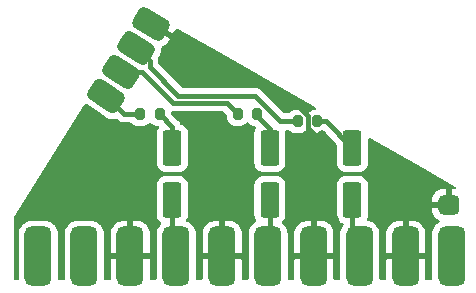
<source format=gbl>
G04 #@! TF.GenerationSoftware,KiCad,Pcbnew,(6.0.4)*
G04 #@! TF.CreationDate,2022-12-31T00:33:15-05:00*
G04 #@! TF.ProjectId,scart cable,73636172-7420-4636-9162-6c652e6b6963,rev?*
G04 #@! TF.SameCoordinates,Original*
G04 #@! TF.FileFunction,Copper,L2,Bot*
G04 #@! TF.FilePolarity,Positive*
%FSLAX46Y46*%
G04 Gerber Fmt 4.6, Leading zero omitted, Abs format (unit mm)*
G04 Created by KiCad (PCBNEW (6.0.4)) date 2022-12-31 00:33:15*
%MOMM*%
%LPD*%
G01*
G04 APERTURE LIST*
G04 Aperture macros list*
%AMRoundRect*
0 Rectangle with rounded corners*
0 $1 Rounding radius*
0 $2 $3 $4 $5 $6 $7 $8 $9 X,Y pos of 4 corners*
0 Add a 4 corners polygon primitive as box body*
4,1,4,$2,$3,$4,$5,$6,$7,$8,$9,$2,$3,0*
0 Add four circle primitives for the rounded corners*
1,1,$1+$1,$2,$3*
1,1,$1+$1,$4,$5*
1,1,$1+$1,$6,$7*
1,1,$1+$1,$8,$9*
0 Add four rect primitives between the rounded corners*
20,1,$1+$1,$2,$3,$4,$5,0*
20,1,$1+$1,$4,$5,$6,$7,0*
20,1,$1+$1,$6,$7,$8,$9,0*
20,1,$1+$1,$8,$9,$2,$3,0*%
G04 Aperture macros list end*
G04 #@! TA.AperFunction,SMDPad,CuDef*
%ADD10RoundRect,0.571500X-0.571500X-1.928500X0.571500X-1.928500X0.571500X1.928500X-0.571500X1.928500X0*%
G04 #@! TD*
G04 #@! TA.AperFunction,SMDPad,CuDef*
%ADD11RoundRect,0.407750X-0.481250X-0.407750X0.481250X-0.407750X0.481250X0.407750X-0.481250X0.407750X0*%
G04 #@! TD*
G04 #@! TA.AperFunction,SMDPad,CuDef*
%ADD12RoundRect,0.250000X-0.550000X1.250000X-0.550000X-1.250000X0.550000X-1.250000X0.550000X1.250000X0*%
G04 #@! TD*
G04 #@! TA.AperFunction,SMDPad,CuDef*
%ADD13RoundRect,0.500000X-0.549441X0.973712X-1.108634X0.144674X0.549441X-0.973712X1.108634X-0.144674X0*%
G04 #@! TD*
G04 #@! TA.AperFunction,SMDPad,CuDef*
%ADD14RoundRect,0.200000X-0.200000X-0.275000X0.200000X-0.275000X0.200000X0.275000X-0.200000X0.275000X0*%
G04 #@! TD*
G04 #@! TA.AperFunction,SMDPad,CuDef*
%ADD15RoundRect,0.500000X-0.566351X0.963974X-1.110990X0.125304X0.566351X-0.963974X1.110990X-0.125304X0*%
G04 #@! TD*
G04 #@! TA.AperFunction,SMDPad,CuDef*
%ADD16RoundRect,0.500000X-0.583088X0.953943X-1.113008X0.105895X0.583088X-0.953943X1.113008X-0.105895X0*%
G04 #@! TD*
G04 #@! TA.AperFunction,SMDPad,CuDef*
%ADD17RoundRect,0.500000X-0.599648X0.943622X-1.114686X0.086454X0.599648X-0.943622X1.114686X-0.086454X0*%
G04 #@! TD*
G04 #@! TA.AperFunction,ViaPad*
%ADD18C,0.800000*%
G04 #@! TD*
G04 #@! TA.AperFunction,Conductor*
%ADD19C,0.400000*%
G04 #@! TD*
G04 APERTURE END LIST*
D10*
X34379000Y-40005000D03*
X38267000Y-40005000D03*
X42155000Y-40005000D03*
X46043000Y-40005000D03*
X49931000Y-40005000D03*
X53819000Y-40005000D03*
X57707000Y-40005000D03*
X61595000Y-40005000D03*
X65483000Y-40005000D03*
X69371000Y-40005000D03*
D11*
X69117000Y-35647000D03*
D12*
X60960000Y-30820000D03*
X60960000Y-35220000D03*
D13*
X40132000Y-26416000D03*
D14*
X51245000Y-27940000D03*
X52895000Y-27940000D03*
D15*
X41402000Y-24384000D03*
D16*
X42672000Y-22352000D03*
D12*
X53975000Y-30820000D03*
X53975000Y-35220000D03*
D14*
X56325000Y-28575000D03*
X57975000Y-28575000D03*
D17*
X43942000Y-20320000D03*
D14*
X42990000Y-27940000D03*
X44640000Y-27940000D03*
D12*
X45720000Y-30820000D03*
X45720000Y-35220000D03*
D18*
X51562000Y-33274000D03*
X51816000Y-36830000D03*
X34290000Y-35306000D03*
X49530000Y-23368000D03*
X48514000Y-36068000D03*
X40640000Y-34290000D03*
X40132000Y-36576000D03*
X66294000Y-36576000D03*
X35306000Y-34036000D03*
X59436000Y-36830000D03*
X63500000Y-36576000D03*
X58420000Y-29718000D03*
X54356000Y-26416000D03*
X36322000Y-32766000D03*
X58674000Y-34036000D03*
X39370000Y-35560000D03*
X48006000Y-32512000D03*
X55880000Y-36830000D03*
D19*
X58715000Y-28575000D02*
X60960000Y-30820000D01*
X57975000Y-28575000D02*
X58715000Y-28575000D01*
X60960000Y-35220000D02*
X60960000Y-39370000D01*
X60960000Y-39370000D02*
X61595000Y-40005000D01*
X52895000Y-28130000D02*
X53975000Y-29210000D01*
X52895000Y-27940000D02*
X52895000Y-28130000D01*
X53975000Y-29210000D02*
X53975000Y-30820000D01*
X53975000Y-39849000D02*
X53819000Y-40005000D01*
X53975000Y-35220000D02*
X53975000Y-39849000D01*
X45720000Y-29020000D02*
X44640000Y-27940000D01*
X45720000Y-30820000D02*
X45720000Y-29020000D01*
X45720000Y-35220000D02*
X45720000Y-39682000D01*
X45720000Y-39682000D02*
X46043000Y-40005000D01*
X57175480Y-28102631D02*
X57175480Y-29098329D01*
X57795151Y-29718000D02*
X58420000Y-29718000D01*
X57175480Y-29098329D02*
X57795151Y-29718000D01*
X55488849Y-26416000D02*
X57175480Y-28102631D01*
X54356000Y-26416000D02*
X55488849Y-26416000D01*
X41656000Y-27940000D02*
X40132000Y-26416000D01*
X42990000Y-27940000D02*
X41656000Y-27940000D01*
X50320520Y-27015520D02*
X45811520Y-27015520D01*
X45811520Y-27015520D02*
X43180000Y-24384000D01*
X51245000Y-27940000D02*
X50320520Y-27015520D01*
X43180000Y-24384000D02*
X41402000Y-24384000D01*
X52693849Y-26416000D02*
X46228000Y-26416000D01*
X43815000Y-24003000D02*
X43815000Y-23495000D01*
X43815000Y-23495000D02*
X42672000Y-22352000D01*
X54852849Y-28575000D02*
X52693849Y-26416000D01*
X46228000Y-26416000D02*
X43815000Y-24003000D01*
X56325000Y-28575000D02*
X54852849Y-28575000D01*
G04 #@! TA.AperFunction,Conductor*
G36*
X38457257Y-27105952D02*
G01*
X39493595Y-27804970D01*
X40197355Y-28279662D01*
X40202567Y-28282807D01*
X40206884Y-28284604D01*
X40206890Y-28284607D01*
X40317707Y-28330735D01*
X40385158Y-28358812D01*
X40579032Y-28397903D01*
X40585192Y-28397925D01*
X40585197Y-28397925D01*
X40678273Y-28398250D01*
X40776808Y-28398594D01*
X40782856Y-28397418D01*
X40782860Y-28397418D01*
X40900670Y-28374518D01*
X40970952Y-28360857D01*
X40976652Y-28358531D01*
X40978557Y-28357963D01*
X41049553Y-28357671D01*
X41103646Y-28389617D01*
X41134557Y-28420528D01*
X41140411Y-28426793D01*
X41178439Y-28470385D01*
X41230729Y-28507136D01*
X41235971Y-28511028D01*
X41286282Y-28550476D01*
X41293201Y-28553600D01*
X41295493Y-28554988D01*
X41310165Y-28563357D01*
X41312525Y-28564622D01*
X41318739Y-28568990D01*
X41325818Y-28571750D01*
X41325820Y-28571751D01*
X41378275Y-28592202D01*
X41384344Y-28594753D01*
X41442573Y-28621045D01*
X41450046Y-28622430D01*
X41452612Y-28623234D01*
X41468835Y-28627855D01*
X41471427Y-28628520D01*
X41478509Y-28631282D01*
X41486044Y-28632274D01*
X41541861Y-28639622D01*
X41548377Y-28640654D01*
X41583097Y-28647089D01*
X41611186Y-28652295D01*
X41618766Y-28651858D01*
X41618767Y-28651858D01*
X41673380Y-28648709D01*
X41680633Y-28648500D01*
X42169290Y-28648500D01*
X42237411Y-28668502D01*
X42258385Y-28685405D01*
X42349619Y-28776639D01*
X42496301Y-28865472D01*
X42503548Y-28867743D01*
X42503550Y-28867744D01*
X42548164Y-28881725D01*
X42659938Y-28916753D01*
X42733365Y-28923500D01*
X42736263Y-28923500D01*
X42990665Y-28923499D01*
X43246634Y-28923499D01*
X43249492Y-28923236D01*
X43249501Y-28923236D01*
X43285004Y-28919974D01*
X43320062Y-28916753D01*
X43362225Y-28903540D01*
X43476450Y-28867744D01*
X43476452Y-28867743D01*
X43483699Y-28865472D01*
X43630381Y-28776639D01*
X43725905Y-28681115D01*
X43788217Y-28647089D01*
X43859032Y-28652154D01*
X43904095Y-28681115D01*
X43999619Y-28776639D01*
X44146301Y-28865472D01*
X44153548Y-28867743D01*
X44153550Y-28867744D01*
X44198164Y-28881725D01*
X44309938Y-28916753D01*
X44383365Y-28923500D01*
X44451773Y-28923500D01*
X44519894Y-28943502D01*
X44566387Y-28997158D01*
X44576491Y-29067432D01*
X44559033Y-29115616D01*
X44477885Y-29247262D01*
X44422203Y-29415139D01*
X44411500Y-29519600D01*
X44411500Y-32120400D01*
X44422474Y-32226166D01*
X44478450Y-32393946D01*
X44571522Y-32544348D01*
X44696697Y-32669305D01*
X44702927Y-32673145D01*
X44702928Y-32673146D01*
X44840090Y-32757694D01*
X44847262Y-32762115D01*
X44927005Y-32788564D01*
X45008611Y-32815632D01*
X45008613Y-32815632D01*
X45015139Y-32817797D01*
X45021975Y-32818497D01*
X45021978Y-32818498D01*
X45065031Y-32822909D01*
X45119600Y-32828500D01*
X46320400Y-32828500D01*
X46323646Y-32828163D01*
X46323650Y-32828163D01*
X46419308Y-32818238D01*
X46419312Y-32818237D01*
X46426166Y-32817526D01*
X46432702Y-32815345D01*
X46432704Y-32815345D01*
X46564806Y-32771272D01*
X46593946Y-32761550D01*
X46744348Y-32668478D01*
X46869305Y-32543303D01*
X46962115Y-32392738D01*
X47017797Y-32224861D01*
X47028500Y-32120400D01*
X47028500Y-29519600D01*
X47028163Y-29516348D01*
X47018238Y-29420692D01*
X47018237Y-29420688D01*
X47017526Y-29413834D01*
X46961550Y-29246054D01*
X46868478Y-29095652D01*
X46743303Y-28970695D01*
X46726295Y-28960211D01*
X46598968Y-28881725D01*
X46598966Y-28881724D01*
X46592738Y-28877885D01*
X46457101Y-28832897D01*
X46398742Y-28792467D01*
X46381398Y-28763953D01*
X46377549Y-28755184D01*
X46375067Y-28749102D01*
X46355172Y-28696449D01*
X46355171Y-28696447D01*
X46352487Y-28689344D01*
X46348186Y-28683085D01*
X46346949Y-28680720D01*
X46338727Y-28665948D01*
X46337372Y-28663656D01*
X46334316Y-28656695D01*
X46329691Y-28650668D01*
X46329689Y-28650664D01*
X46295407Y-28605987D01*
X46291529Y-28600650D01*
X46287481Y-28594759D01*
X46255357Y-28548019D01*
X46208837Y-28506572D01*
X46203560Y-28501590D01*
X45640067Y-27938097D01*
X45606041Y-27875785D01*
X45611106Y-27804970D01*
X45653653Y-27748134D01*
X45720173Y-27723323D01*
X45752120Y-27725112D01*
X45766706Y-27727815D01*
X45774286Y-27727378D01*
X45774287Y-27727378D01*
X45828900Y-27724229D01*
X45836153Y-27724020D01*
X49974860Y-27724020D01*
X50042981Y-27744022D01*
X50063955Y-27760925D01*
X50299596Y-27996566D01*
X50333622Y-28058878D01*
X50336501Y-28085661D01*
X50336501Y-28271634D01*
X50336764Y-28274492D01*
X50336764Y-28274501D01*
X50337307Y-28280407D01*
X50343247Y-28345062D01*
X50394528Y-28508699D01*
X50483361Y-28655381D01*
X50604619Y-28776639D01*
X50751301Y-28865472D01*
X50758548Y-28867743D01*
X50758550Y-28867744D01*
X50803164Y-28881725D01*
X50914938Y-28916753D01*
X50988365Y-28923500D01*
X50991263Y-28923500D01*
X51245665Y-28923499D01*
X51501634Y-28923499D01*
X51504492Y-28923236D01*
X51504501Y-28923236D01*
X51540004Y-28919974D01*
X51575062Y-28916753D01*
X51617225Y-28903540D01*
X51731450Y-28867744D01*
X51731452Y-28867743D01*
X51738699Y-28865472D01*
X51885381Y-28776639D01*
X51980905Y-28681115D01*
X52043217Y-28647089D01*
X52114032Y-28652154D01*
X52159095Y-28681115D01*
X52254619Y-28776639D01*
X52401301Y-28865472D01*
X52408548Y-28867743D01*
X52408550Y-28867744D01*
X52453164Y-28881725D01*
X52564938Y-28916753D01*
X52601461Y-28920109D01*
X52635478Y-28923235D01*
X52635484Y-28923235D01*
X52638365Y-28923500D01*
X52640094Y-28923500D01*
X52707048Y-28946538D01*
X52723241Y-28960211D01*
X52768246Y-29005216D01*
X52802272Y-29067528D01*
X52797207Y-29138343D01*
X52786411Y-29160427D01*
X52732885Y-29247262D01*
X52677203Y-29415139D01*
X52666500Y-29519600D01*
X52666500Y-32120400D01*
X52677474Y-32226166D01*
X52733450Y-32393946D01*
X52826522Y-32544348D01*
X52951697Y-32669305D01*
X52957927Y-32673145D01*
X52957928Y-32673146D01*
X53095090Y-32757694D01*
X53102262Y-32762115D01*
X53182005Y-32788564D01*
X53263611Y-32815632D01*
X53263613Y-32815632D01*
X53270139Y-32817797D01*
X53276975Y-32818497D01*
X53276978Y-32818498D01*
X53320031Y-32822909D01*
X53374600Y-32828500D01*
X54575400Y-32828500D01*
X54578646Y-32828163D01*
X54578650Y-32828163D01*
X54674308Y-32818238D01*
X54674312Y-32818237D01*
X54681166Y-32817526D01*
X54687702Y-32815345D01*
X54687704Y-32815345D01*
X54819806Y-32771272D01*
X54848946Y-32761550D01*
X54999348Y-32668478D01*
X55124305Y-32543303D01*
X55217115Y-32392738D01*
X55272797Y-32224861D01*
X55283500Y-32120400D01*
X55283500Y-29519600D01*
X55283163Y-29516348D01*
X55273426Y-29422503D01*
X55286291Y-29352682D01*
X55334862Y-29300900D01*
X55398753Y-29283500D01*
X55504290Y-29283500D01*
X55572411Y-29303502D01*
X55593385Y-29320405D01*
X55684619Y-29411639D01*
X55831301Y-29500472D01*
X55838548Y-29502743D01*
X55838550Y-29502744D01*
X55881961Y-29516348D01*
X55994938Y-29551753D01*
X56068365Y-29558500D01*
X56071263Y-29558500D01*
X56325665Y-29558499D01*
X56581634Y-29558499D01*
X56584492Y-29558236D01*
X56584501Y-29558236D01*
X56620004Y-29554974D01*
X56655062Y-29551753D01*
X56661447Y-29549752D01*
X56811450Y-29502744D01*
X56811452Y-29502743D01*
X56818699Y-29500472D01*
X56965381Y-29411639D01*
X57060905Y-29316115D01*
X57123217Y-29282089D01*
X57194032Y-29287154D01*
X57239095Y-29316115D01*
X57334619Y-29411639D01*
X57481301Y-29500472D01*
X57488548Y-29502743D01*
X57488550Y-29502744D01*
X57531961Y-29516348D01*
X57644938Y-29551753D01*
X57718365Y-29558500D01*
X57721263Y-29558500D01*
X57975665Y-29558499D01*
X58231634Y-29558499D01*
X58234492Y-29558236D01*
X58234501Y-29558236D01*
X58270004Y-29554974D01*
X58305062Y-29551753D01*
X58311447Y-29549752D01*
X58461450Y-29502744D01*
X58461452Y-29502743D01*
X58468699Y-29500472D01*
X58489950Y-29487602D01*
X58558577Y-29469424D01*
X58626140Y-29491234D01*
X58644309Y-29506279D01*
X59614597Y-30476568D01*
X59648621Y-30538878D01*
X59651500Y-30565661D01*
X59651500Y-32120400D01*
X59662474Y-32226166D01*
X59718450Y-32393946D01*
X59811522Y-32544348D01*
X59936697Y-32669305D01*
X59942927Y-32673145D01*
X59942928Y-32673146D01*
X60080090Y-32757694D01*
X60087262Y-32762115D01*
X60167005Y-32788564D01*
X60248611Y-32815632D01*
X60248613Y-32815632D01*
X60255139Y-32817797D01*
X60261975Y-32818497D01*
X60261978Y-32818498D01*
X60305031Y-32822909D01*
X60359600Y-32828500D01*
X61560400Y-32828500D01*
X61563646Y-32828163D01*
X61563650Y-32828163D01*
X61659308Y-32818238D01*
X61659312Y-32818237D01*
X61666166Y-32817526D01*
X61672702Y-32815345D01*
X61672704Y-32815345D01*
X61804806Y-32771272D01*
X61833946Y-32761550D01*
X61984348Y-32668478D01*
X62109305Y-32543303D01*
X62202115Y-32392738D01*
X62257797Y-32224861D01*
X62268500Y-32120400D01*
X62268500Y-30098352D01*
X62288502Y-30030231D01*
X62342158Y-29983738D01*
X62412432Y-29973634D01*
X62456899Y-29988888D01*
X66948935Y-32549521D01*
X69383958Y-33937577D01*
X69647903Y-34088036D01*
X69697178Y-34139148D01*
X69710997Y-34208787D01*
X69684974Y-34274842D01*
X69627369Y-34316342D01*
X69585504Y-34323500D01*
X69389115Y-34323500D01*
X69373876Y-34327975D01*
X69372671Y-34329365D01*
X69371000Y-34337048D01*
X69371000Y-35775000D01*
X69350998Y-35843121D01*
X69297342Y-35889614D01*
X69245000Y-35901000D01*
X67738116Y-35901000D01*
X67722877Y-35905475D01*
X67721672Y-35906865D01*
X67720001Y-35914548D01*
X67720001Y-36116365D01*
X67720194Y-36121295D01*
X67725840Y-36193039D01*
X67727787Y-36204370D01*
X67774407Y-36378359D01*
X67779111Y-36390613D01*
X67860510Y-36550367D01*
X67867662Y-36561381D01*
X67980499Y-36700724D01*
X67989776Y-36710001D01*
X68129119Y-36822838D01*
X68140132Y-36829990D01*
X68278909Y-36900700D01*
X68330524Y-36949448D01*
X68347590Y-37018363D01*
X68324689Y-37085565D01*
X68282675Y-37123079D01*
X68278499Y-37124873D01*
X68107950Y-37240560D01*
X68103714Y-37244803D01*
X68103712Y-37244805D01*
X68069555Y-37279022D01*
X67962354Y-37386410D01*
X67958997Y-37391377D01*
X67958995Y-37391380D01*
X67958783Y-37391694D01*
X67846965Y-37557161D01*
X67765945Y-37746651D01*
X67722219Y-37948042D01*
X67721930Y-37952907D01*
X67719616Y-37991862D01*
X67719500Y-37993807D01*
X67719500Y-37995663D01*
X67719501Y-41870500D01*
X67699499Y-41938621D01*
X67645843Y-41985114D01*
X67593501Y-41996500D01*
X67260000Y-41996500D01*
X67191879Y-41976498D01*
X67145386Y-41922842D01*
X67134000Y-41870500D01*
X67134000Y-40277115D01*
X67129525Y-40261876D01*
X67128135Y-40260671D01*
X67120452Y-40259000D01*
X63850116Y-40259000D01*
X63834877Y-40263475D01*
X63833672Y-40264865D01*
X63832001Y-40272548D01*
X63832001Y-41870500D01*
X63811999Y-41938621D01*
X63758343Y-41985114D01*
X63706001Y-41996500D01*
X63372500Y-41996500D01*
X63304379Y-41976498D01*
X63257886Y-41922842D01*
X63246500Y-41870500D01*
X63246499Y-39732885D01*
X63832000Y-39732885D01*
X63836475Y-39748124D01*
X63837865Y-39749329D01*
X63845548Y-39751000D01*
X65210885Y-39751000D01*
X65226124Y-39746525D01*
X65227329Y-39745135D01*
X65229000Y-39737452D01*
X65229000Y-39732885D01*
X65737000Y-39732885D01*
X65741475Y-39748124D01*
X65742865Y-39749329D01*
X65750548Y-39751000D01*
X67115884Y-39751000D01*
X67131123Y-39746525D01*
X67132328Y-39745135D01*
X67133999Y-39737452D01*
X67133999Y-37995802D01*
X67133879Y-37991907D01*
X67131355Y-37951063D01*
X67130019Y-37941484D01*
X67088281Y-37750856D01*
X67084634Y-37739497D01*
X67008052Y-37561248D01*
X67002321Y-37550780D01*
X66893416Y-37390230D01*
X66885810Y-37381037D01*
X66748510Y-37243976D01*
X66739306Y-37236389D01*
X66578571Y-37127766D01*
X66568076Y-37122045D01*
X66389714Y-37045783D01*
X66378333Y-37042151D01*
X66187660Y-37000752D01*
X66178033Y-36999429D01*
X66139005Y-36997110D01*
X66135290Y-36997000D01*
X65755115Y-36997000D01*
X65739876Y-37001475D01*
X65738671Y-37002865D01*
X65737000Y-37010548D01*
X65737000Y-39732885D01*
X65229000Y-39732885D01*
X65229000Y-37015116D01*
X65224525Y-36999877D01*
X65223135Y-36998672D01*
X65215452Y-36997001D01*
X64830802Y-36997001D01*
X64826907Y-36997121D01*
X64786063Y-36999645D01*
X64776484Y-37000981D01*
X64585856Y-37042719D01*
X64574497Y-37046366D01*
X64396248Y-37122948D01*
X64385780Y-37128679D01*
X64225230Y-37237584D01*
X64216037Y-37245190D01*
X64078976Y-37382490D01*
X64071389Y-37391694D01*
X63962766Y-37552429D01*
X63957045Y-37562924D01*
X63880783Y-37741286D01*
X63877151Y-37752667D01*
X63835752Y-37943340D01*
X63834429Y-37952967D01*
X63832110Y-37991995D01*
X63832000Y-37995710D01*
X63832000Y-39732885D01*
X63246499Y-39732885D01*
X63246499Y-37995755D01*
X63246499Y-37993808D01*
X63243555Y-37946162D01*
X63199478Y-37744847D01*
X63118127Y-37555499D01*
X63002440Y-37384950D01*
X62971711Y-37354274D01*
X62929208Y-37311846D01*
X62856590Y-37239354D01*
X62851623Y-37235997D01*
X62851620Y-37235995D01*
X62745702Y-37164419D01*
X62685839Y-37123965D01*
X62496349Y-37042945D01*
X62406657Y-37023471D01*
X62299721Y-37000253D01*
X62299719Y-37000253D01*
X62294958Y-36999219D01*
X62290093Y-36998930D01*
X62285276Y-36998268D01*
X62285530Y-36996419D01*
X62226186Y-36975108D01*
X62182948Y-36918797D01*
X62177017Y-36848048D01*
X62193195Y-36807210D01*
X62198274Y-36798971D01*
X62198277Y-36798964D01*
X62202115Y-36792738D01*
X62257797Y-36624861D01*
X62268500Y-36520400D01*
X62268500Y-35374885D01*
X67720000Y-35374885D01*
X67724475Y-35390124D01*
X67725865Y-35391329D01*
X67733548Y-35393000D01*
X68844885Y-35393000D01*
X68860124Y-35388525D01*
X68861329Y-35387135D01*
X68863000Y-35379452D01*
X68863000Y-34341616D01*
X68858525Y-34326377D01*
X68857135Y-34325172D01*
X68849452Y-34323501D01*
X68574135Y-34323501D01*
X68569205Y-34323694D01*
X68497461Y-34329340D01*
X68486130Y-34331287D01*
X68312141Y-34377907D01*
X68299887Y-34382611D01*
X68140133Y-34464010D01*
X68129119Y-34471162D01*
X67989776Y-34583999D01*
X67980499Y-34593276D01*
X67867662Y-34732619D01*
X67860510Y-34743633D01*
X67779111Y-34903387D01*
X67774407Y-34915641D01*
X67727787Y-35089629D01*
X67725840Y-35100962D01*
X67720193Y-35172707D01*
X67720000Y-35177633D01*
X67720000Y-35374885D01*
X62268500Y-35374885D01*
X62268500Y-33919600D01*
X62268163Y-33916350D01*
X62258238Y-33820692D01*
X62258237Y-33820688D01*
X62257526Y-33813834D01*
X62201550Y-33646054D01*
X62108478Y-33495652D01*
X61983303Y-33370695D01*
X61977072Y-33366854D01*
X61838968Y-33281725D01*
X61838966Y-33281724D01*
X61832738Y-33277885D01*
X61672254Y-33224655D01*
X61671389Y-33224368D01*
X61671387Y-33224368D01*
X61664861Y-33222203D01*
X61658025Y-33221503D01*
X61658022Y-33221502D01*
X61614969Y-33217091D01*
X61560400Y-33211500D01*
X60359600Y-33211500D01*
X60356354Y-33211837D01*
X60356350Y-33211837D01*
X60260692Y-33221762D01*
X60260688Y-33221763D01*
X60253834Y-33222474D01*
X60247298Y-33224655D01*
X60247296Y-33224655D01*
X60115194Y-33268728D01*
X60086054Y-33278450D01*
X59935652Y-33371522D01*
X59810695Y-33496697D01*
X59717885Y-33647262D01*
X59662203Y-33815139D01*
X59651500Y-33919600D01*
X59651500Y-36520400D01*
X59651837Y-36523646D01*
X59651837Y-36523650D01*
X59660504Y-36607175D01*
X59662474Y-36626166D01*
X59664655Y-36632702D01*
X59664655Y-36632704D01*
X59688690Y-36704744D01*
X59718450Y-36793946D01*
X59811522Y-36944348D01*
X59936697Y-37069305D01*
X59942927Y-37073145D01*
X59942928Y-37073146D01*
X60032307Y-37128240D01*
X60087262Y-37162115D01*
X60106371Y-37168453D01*
X60136354Y-37178398D01*
X60194714Y-37218828D01*
X60221951Y-37284393D01*
X60209418Y-37354274D01*
X60193914Y-37378134D01*
X60190591Y-37382166D01*
X60186354Y-37386410D01*
X60070965Y-37557161D01*
X59989945Y-37746651D01*
X59946219Y-37948042D01*
X59945930Y-37952907D01*
X59943616Y-37991862D01*
X59943500Y-37993807D01*
X59943500Y-37995663D01*
X59943501Y-41870500D01*
X59923499Y-41938621D01*
X59869843Y-41985114D01*
X59817501Y-41996500D01*
X59484000Y-41996500D01*
X59415879Y-41976498D01*
X59369386Y-41922842D01*
X59358000Y-41870500D01*
X59358000Y-40277115D01*
X59353525Y-40261876D01*
X59352135Y-40260671D01*
X59344452Y-40259000D01*
X56074116Y-40259000D01*
X56058877Y-40263475D01*
X56057672Y-40264865D01*
X56056001Y-40272548D01*
X56056001Y-41870500D01*
X56035999Y-41938621D01*
X55982343Y-41985114D01*
X55930001Y-41996500D01*
X55596500Y-41996500D01*
X55528379Y-41976498D01*
X55481886Y-41922842D01*
X55470500Y-41870500D01*
X55470499Y-39732885D01*
X56056000Y-39732885D01*
X56060475Y-39748124D01*
X56061865Y-39749329D01*
X56069548Y-39751000D01*
X57434885Y-39751000D01*
X57450124Y-39746525D01*
X57451329Y-39745135D01*
X57453000Y-39737452D01*
X57453000Y-39732885D01*
X57961000Y-39732885D01*
X57965475Y-39748124D01*
X57966865Y-39749329D01*
X57974548Y-39751000D01*
X59339884Y-39751000D01*
X59355123Y-39746525D01*
X59356328Y-39745135D01*
X59357999Y-39737452D01*
X59357999Y-37995802D01*
X59357879Y-37991907D01*
X59355355Y-37951063D01*
X59354019Y-37941484D01*
X59312281Y-37750856D01*
X59308634Y-37739497D01*
X59232052Y-37561248D01*
X59226321Y-37550780D01*
X59117416Y-37390230D01*
X59109810Y-37381037D01*
X58972510Y-37243976D01*
X58963306Y-37236389D01*
X58802571Y-37127766D01*
X58792076Y-37122045D01*
X58613714Y-37045783D01*
X58602333Y-37042151D01*
X58411660Y-37000752D01*
X58402033Y-36999429D01*
X58363005Y-36997110D01*
X58359290Y-36997000D01*
X57979115Y-36997000D01*
X57963876Y-37001475D01*
X57962671Y-37002865D01*
X57961000Y-37010548D01*
X57961000Y-39732885D01*
X57453000Y-39732885D01*
X57453000Y-37015116D01*
X57448525Y-36999877D01*
X57447135Y-36998672D01*
X57439452Y-36997001D01*
X57054802Y-36997001D01*
X57050907Y-36997121D01*
X57010063Y-36999645D01*
X57000484Y-37000981D01*
X56809856Y-37042719D01*
X56798497Y-37046366D01*
X56620248Y-37122948D01*
X56609780Y-37128679D01*
X56449230Y-37237584D01*
X56440037Y-37245190D01*
X56302976Y-37382490D01*
X56295389Y-37391694D01*
X56186766Y-37552429D01*
X56181045Y-37562924D01*
X56104783Y-37741286D01*
X56101151Y-37752667D01*
X56059752Y-37943340D01*
X56058429Y-37952967D01*
X56056110Y-37991995D01*
X56056000Y-37995710D01*
X56056000Y-39732885D01*
X55470499Y-39732885D01*
X55470499Y-37995755D01*
X55470499Y-37993808D01*
X55467555Y-37946162D01*
X55423478Y-37744847D01*
X55342127Y-37555499D01*
X55226440Y-37384950D01*
X55195711Y-37354274D01*
X55153208Y-37311846D01*
X55080590Y-37239354D01*
X55056632Y-37223164D01*
X55011392Y-37168453D01*
X55002911Y-37097964D01*
X55038009Y-37029750D01*
X55119134Y-36948484D01*
X55119138Y-36948479D01*
X55124305Y-36943303D01*
X55150566Y-36900700D01*
X55213275Y-36798968D01*
X55213276Y-36798966D01*
X55217115Y-36792738D01*
X55272797Y-36624861D01*
X55283500Y-36520400D01*
X55283500Y-33919600D01*
X55283163Y-33916350D01*
X55273238Y-33820692D01*
X55273237Y-33820688D01*
X55272526Y-33813834D01*
X55216550Y-33646054D01*
X55123478Y-33495652D01*
X54998303Y-33370695D01*
X54992072Y-33366854D01*
X54853968Y-33281725D01*
X54853966Y-33281724D01*
X54847738Y-33277885D01*
X54687254Y-33224655D01*
X54686389Y-33224368D01*
X54686387Y-33224368D01*
X54679861Y-33222203D01*
X54673025Y-33221503D01*
X54673022Y-33221502D01*
X54629969Y-33217091D01*
X54575400Y-33211500D01*
X53374600Y-33211500D01*
X53371354Y-33211837D01*
X53371350Y-33211837D01*
X53275692Y-33221762D01*
X53275688Y-33221763D01*
X53268834Y-33222474D01*
X53262298Y-33224655D01*
X53262296Y-33224655D01*
X53130194Y-33268728D01*
X53101054Y-33278450D01*
X52950652Y-33371522D01*
X52825695Y-33496697D01*
X52732885Y-33647262D01*
X52677203Y-33815139D01*
X52666500Y-33919600D01*
X52666500Y-36520400D01*
X52666837Y-36523646D01*
X52666837Y-36523650D01*
X52675504Y-36607175D01*
X52677474Y-36626166D01*
X52679655Y-36632702D01*
X52679655Y-36632704D01*
X52703690Y-36704744D01*
X52733450Y-36793946D01*
X52781928Y-36872285D01*
X52816815Y-36928662D01*
X52835653Y-36997114D01*
X52814492Y-37064884D01*
X52759411Y-37110732D01*
X52732010Y-37122505D01*
X52732008Y-37122506D01*
X52726499Y-37124873D01*
X52555950Y-37240560D01*
X52551714Y-37244803D01*
X52551712Y-37244805D01*
X52517555Y-37279022D01*
X52410354Y-37386410D01*
X52406997Y-37391377D01*
X52406995Y-37391380D01*
X52406783Y-37391694D01*
X52294965Y-37557161D01*
X52213945Y-37746651D01*
X52170219Y-37948042D01*
X52169930Y-37952907D01*
X52167616Y-37991862D01*
X52167500Y-37993807D01*
X52167500Y-37995663D01*
X52167501Y-41870500D01*
X52147499Y-41938621D01*
X52093843Y-41985114D01*
X52041501Y-41996500D01*
X51708000Y-41996500D01*
X51639879Y-41976498D01*
X51593386Y-41922842D01*
X51582000Y-41870500D01*
X51582000Y-40277115D01*
X51577525Y-40261876D01*
X51576135Y-40260671D01*
X51568452Y-40259000D01*
X48298116Y-40259000D01*
X48282877Y-40263475D01*
X48281672Y-40264865D01*
X48280001Y-40272548D01*
X48280001Y-41870500D01*
X48259999Y-41938621D01*
X48206343Y-41985114D01*
X48154001Y-41996500D01*
X47820500Y-41996500D01*
X47752379Y-41976498D01*
X47705886Y-41922842D01*
X47694500Y-41870500D01*
X47694499Y-39732885D01*
X48280000Y-39732885D01*
X48284475Y-39748124D01*
X48285865Y-39749329D01*
X48293548Y-39751000D01*
X49658885Y-39751000D01*
X49674124Y-39746525D01*
X49675329Y-39745135D01*
X49677000Y-39737452D01*
X49677000Y-39732885D01*
X50185000Y-39732885D01*
X50189475Y-39748124D01*
X50190865Y-39749329D01*
X50198548Y-39751000D01*
X51563884Y-39751000D01*
X51579123Y-39746525D01*
X51580328Y-39745135D01*
X51581999Y-39737452D01*
X51581999Y-37995802D01*
X51581879Y-37991907D01*
X51579355Y-37951063D01*
X51578019Y-37941484D01*
X51536281Y-37750856D01*
X51532634Y-37739497D01*
X51456052Y-37561248D01*
X51450321Y-37550780D01*
X51341416Y-37390230D01*
X51333810Y-37381037D01*
X51196510Y-37243976D01*
X51187306Y-37236389D01*
X51026571Y-37127766D01*
X51016076Y-37122045D01*
X50837714Y-37045783D01*
X50826333Y-37042151D01*
X50635660Y-37000752D01*
X50626033Y-36999429D01*
X50587005Y-36997110D01*
X50583290Y-36997000D01*
X50203115Y-36997000D01*
X50187876Y-37001475D01*
X50186671Y-37002865D01*
X50185000Y-37010548D01*
X50185000Y-39732885D01*
X49677000Y-39732885D01*
X49677000Y-37015116D01*
X49672525Y-36999877D01*
X49671135Y-36998672D01*
X49663452Y-36997001D01*
X49278802Y-36997001D01*
X49274907Y-36997121D01*
X49234063Y-36999645D01*
X49224484Y-37000981D01*
X49033856Y-37042719D01*
X49022497Y-37046366D01*
X48844248Y-37122948D01*
X48833780Y-37128679D01*
X48673230Y-37237584D01*
X48664037Y-37245190D01*
X48526976Y-37382490D01*
X48519389Y-37391694D01*
X48410766Y-37552429D01*
X48405045Y-37562924D01*
X48328783Y-37741286D01*
X48325151Y-37752667D01*
X48283752Y-37943340D01*
X48282429Y-37952967D01*
X48280110Y-37991995D01*
X48280000Y-37995710D01*
X48280000Y-39732885D01*
X47694499Y-39732885D01*
X47694499Y-37995755D01*
X47694499Y-37993808D01*
X47691555Y-37946162D01*
X47647478Y-37744847D01*
X47566127Y-37555499D01*
X47450440Y-37384950D01*
X47419711Y-37354274D01*
X47377208Y-37311846D01*
X47304590Y-37239354D01*
X47299623Y-37235997D01*
X47299620Y-37235995D01*
X47193702Y-37164419D01*
X47133839Y-37123965D01*
X47044029Y-37085565D01*
X46970804Y-37054256D01*
X46916032Y-37009084D01*
X46894377Y-36941470D01*
X46913081Y-36872285D01*
X46958274Y-36798970D01*
X46958275Y-36798967D01*
X46962115Y-36792738D01*
X47017797Y-36624861D01*
X47028500Y-36520400D01*
X47028500Y-33919600D01*
X47028163Y-33916350D01*
X47018238Y-33820692D01*
X47018237Y-33820688D01*
X47017526Y-33813834D01*
X46961550Y-33646054D01*
X46868478Y-33495652D01*
X46743303Y-33370695D01*
X46737072Y-33366854D01*
X46598968Y-33281725D01*
X46598966Y-33281724D01*
X46592738Y-33277885D01*
X46432254Y-33224655D01*
X46431389Y-33224368D01*
X46431387Y-33224368D01*
X46424861Y-33222203D01*
X46418025Y-33221503D01*
X46418022Y-33221502D01*
X46374969Y-33217091D01*
X46320400Y-33211500D01*
X45119600Y-33211500D01*
X45116354Y-33211837D01*
X45116350Y-33211837D01*
X45020692Y-33221762D01*
X45020688Y-33221763D01*
X45013834Y-33222474D01*
X45007298Y-33224655D01*
X45007296Y-33224655D01*
X44875194Y-33268728D01*
X44846054Y-33278450D01*
X44695652Y-33371522D01*
X44570695Y-33496697D01*
X44477885Y-33647262D01*
X44422203Y-33815139D01*
X44411500Y-33919600D01*
X44411500Y-36520400D01*
X44411837Y-36523646D01*
X44411837Y-36523650D01*
X44420504Y-36607175D01*
X44422474Y-36626166D01*
X44424655Y-36632702D01*
X44424655Y-36632704D01*
X44448690Y-36704744D01*
X44478450Y-36793946D01*
X44571522Y-36944348D01*
X44696697Y-37069305D01*
X44702927Y-37073145D01*
X44702933Y-37073150D01*
X44718500Y-37082746D01*
X44765993Y-37135519D01*
X44777414Y-37205591D01*
X44749139Y-37270714D01*
X44741555Y-37279022D01*
X44634354Y-37386410D01*
X44630997Y-37391377D01*
X44630995Y-37391380D01*
X44630783Y-37391694D01*
X44518965Y-37557161D01*
X44437945Y-37746651D01*
X44394219Y-37948042D01*
X44393930Y-37952907D01*
X44391616Y-37991862D01*
X44391500Y-37993807D01*
X44391500Y-37995663D01*
X44391501Y-41870500D01*
X44371499Y-41938621D01*
X44317843Y-41985114D01*
X44265501Y-41996500D01*
X43932000Y-41996500D01*
X43863879Y-41976498D01*
X43817386Y-41922842D01*
X43806000Y-41870500D01*
X43806000Y-40277115D01*
X43801525Y-40261876D01*
X43800135Y-40260671D01*
X43792452Y-40259000D01*
X40522116Y-40259000D01*
X40506877Y-40263475D01*
X40505672Y-40264865D01*
X40504001Y-40272548D01*
X40504001Y-41870500D01*
X40483999Y-41938621D01*
X40430343Y-41985114D01*
X40378001Y-41996500D01*
X40044500Y-41996500D01*
X39976379Y-41976498D01*
X39929886Y-41922842D01*
X39918500Y-41870500D01*
X39918499Y-39732885D01*
X40504000Y-39732885D01*
X40508475Y-39748124D01*
X40509865Y-39749329D01*
X40517548Y-39751000D01*
X41882885Y-39751000D01*
X41898124Y-39746525D01*
X41899329Y-39745135D01*
X41901000Y-39737452D01*
X41901000Y-39732885D01*
X42409000Y-39732885D01*
X42413475Y-39748124D01*
X42414865Y-39749329D01*
X42422548Y-39751000D01*
X43787884Y-39751000D01*
X43803123Y-39746525D01*
X43804328Y-39745135D01*
X43805999Y-39737452D01*
X43805999Y-37995802D01*
X43805879Y-37991907D01*
X43803355Y-37951063D01*
X43802019Y-37941484D01*
X43760281Y-37750856D01*
X43756634Y-37739497D01*
X43680052Y-37561248D01*
X43674321Y-37550780D01*
X43565416Y-37390230D01*
X43557810Y-37381037D01*
X43420510Y-37243976D01*
X43411306Y-37236389D01*
X43250571Y-37127766D01*
X43240076Y-37122045D01*
X43061714Y-37045783D01*
X43050333Y-37042151D01*
X42859660Y-37000752D01*
X42850033Y-36999429D01*
X42811005Y-36997110D01*
X42807290Y-36997000D01*
X42427115Y-36997000D01*
X42411876Y-37001475D01*
X42410671Y-37002865D01*
X42409000Y-37010548D01*
X42409000Y-39732885D01*
X41901000Y-39732885D01*
X41901000Y-37015116D01*
X41896525Y-36999877D01*
X41895135Y-36998672D01*
X41887452Y-36997001D01*
X41502802Y-36997001D01*
X41498907Y-36997121D01*
X41458063Y-36999645D01*
X41448484Y-37000981D01*
X41257856Y-37042719D01*
X41246497Y-37046366D01*
X41068248Y-37122948D01*
X41057780Y-37128679D01*
X40897230Y-37237584D01*
X40888037Y-37245190D01*
X40750976Y-37382490D01*
X40743389Y-37391694D01*
X40634766Y-37552429D01*
X40629045Y-37562924D01*
X40552783Y-37741286D01*
X40549151Y-37752667D01*
X40507752Y-37943340D01*
X40506429Y-37952967D01*
X40504110Y-37991995D01*
X40504000Y-37995710D01*
X40504000Y-39732885D01*
X39918499Y-39732885D01*
X39918499Y-37995755D01*
X39918499Y-37993808D01*
X39915555Y-37946162D01*
X39871478Y-37744847D01*
X39790127Y-37555499D01*
X39674440Y-37384950D01*
X39643711Y-37354274D01*
X39601208Y-37311846D01*
X39528590Y-37239354D01*
X39523623Y-37235997D01*
X39523620Y-37235995D01*
X39417702Y-37164419D01*
X39357839Y-37123965D01*
X39168349Y-37042945D01*
X39078657Y-37023471D01*
X38971721Y-37000253D01*
X38971719Y-37000253D01*
X38966958Y-36999219D01*
X38956993Y-36998627D01*
X38923049Y-36996610D01*
X38923040Y-36996610D01*
X38921193Y-36996500D01*
X38282654Y-36996500D01*
X37612808Y-36996501D01*
X37610870Y-36996621D01*
X37610862Y-36996621D01*
X37584211Y-36998268D01*
X37565162Y-36999445D01*
X37478757Y-37018363D01*
X37370109Y-37042151D01*
X37363847Y-37043522D01*
X37272293Y-37082857D01*
X37180011Y-37122505D01*
X37174499Y-37124873D01*
X37003950Y-37240560D01*
X36999714Y-37244803D01*
X36999712Y-37244805D01*
X36965555Y-37279022D01*
X36858354Y-37386410D01*
X36854997Y-37391377D01*
X36854995Y-37391380D01*
X36854783Y-37391694D01*
X36742965Y-37557161D01*
X36661945Y-37746651D01*
X36618219Y-37948042D01*
X36617930Y-37952907D01*
X36615616Y-37991862D01*
X36615500Y-37993807D01*
X36615500Y-37995663D01*
X36615501Y-41870500D01*
X36595499Y-41938621D01*
X36541843Y-41985114D01*
X36489501Y-41996500D01*
X36156500Y-41996500D01*
X36088379Y-41976498D01*
X36041886Y-41922842D01*
X36030500Y-41870500D01*
X36030499Y-37995755D01*
X36030499Y-37993808D01*
X36027555Y-37946162D01*
X35983478Y-37744847D01*
X35902127Y-37555499D01*
X35786440Y-37384950D01*
X35755711Y-37354274D01*
X35713208Y-37311846D01*
X35640590Y-37239354D01*
X35635623Y-37235997D01*
X35635620Y-37235995D01*
X35529702Y-37164419D01*
X35469839Y-37123965D01*
X35280349Y-37042945D01*
X35190657Y-37023471D01*
X35083721Y-37000253D01*
X35083719Y-37000253D01*
X35078958Y-36999219D01*
X35068993Y-36998627D01*
X35035049Y-36996610D01*
X35035040Y-36996610D01*
X35033193Y-36996500D01*
X34394654Y-36996500D01*
X33724808Y-36996501D01*
X33722870Y-36996621D01*
X33722862Y-36996621D01*
X33696211Y-36998268D01*
X33677162Y-36999445D01*
X33590757Y-37018363D01*
X33482109Y-37042151D01*
X33475847Y-37043522D01*
X33384293Y-37082857D01*
X33292011Y-37122505D01*
X33286499Y-37124873D01*
X33115950Y-37240560D01*
X33111714Y-37244803D01*
X33111712Y-37244805D01*
X33077555Y-37279022D01*
X32970354Y-37386410D01*
X32966997Y-37391377D01*
X32966995Y-37391380D01*
X32966783Y-37391694D01*
X32854965Y-37557161D01*
X32773945Y-37746651D01*
X32730219Y-37948042D01*
X32729930Y-37952907D01*
X32727616Y-37991862D01*
X32727500Y-37993807D01*
X32727500Y-37995663D01*
X32727501Y-41870500D01*
X32707499Y-41938621D01*
X32653843Y-41985114D01*
X32601501Y-41996500D01*
X32413500Y-41996500D01*
X32345379Y-41976498D01*
X32298886Y-41922842D01*
X32287500Y-41870500D01*
X32287500Y-36688263D01*
X32306904Y-36621082D01*
X37824371Y-27866500D01*
X38280203Y-27143230D01*
X38333445Y-27096265D01*
X38403627Y-27085540D01*
X38457257Y-27105952D01*
G37*
G04 #@! TD.AperFunction*
G04 #@! TA.AperFunction,Conductor*
G36*
X43963102Y-20036355D02*
G01*
X45778483Y-21127145D01*
X45793851Y-21131159D01*
X45795601Y-21130587D01*
X45800989Y-21124865D01*
X45969473Y-20844459D01*
X45970985Y-20841792D01*
X45974732Y-20833316D01*
X45995294Y-20775570D01*
X46036988Y-20718106D01*
X46103131Y-20692306D01*
X46176391Y-20708373D01*
X49705635Y-22720177D01*
X57838174Y-27356037D01*
X57887449Y-27407149D01*
X57901268Y-27476788D01*
X57875245Y-27542843D01*
X57817640Y-27584343D01*
X57775776Y-27591501D01*
X57718366Y-27591501D01*
X57715508Y-27591764D01*
X57715499Y-27591764D01*
X57679996Y-27595026D01*
X57644938Y-27598247D01*
X57638560Y-27600246D01*
X57638559Y-27600246D01*
X57488550Y-27647256D01*
X57488548Y-27647257D01*
X57481301Y-27649528D01*
X57334619Y-27738361D01*
X57239095Y-27833885D01*
X57176783Y-27867911D01*
X57105968Y-27862846D01*
X57060905Y-27833885D01*
X56965381Y-27738361D01*
X56818699Y-27649528D01*
X56811452Y-27647257D01*
X56811450Y-27647256D01*
X56745164Y-27626483D01*
X56655062Y-27598247D01*
X56581635Y-27591500D01*
X56578737Y-27591500D01*
X56324335Y-27591501D01*
X56068366Y-27591501D01*
X56065508Y-27591764D01*
X56065499Y-27591764D01*
X56029996Y-27595026D01*
X55994938Y-27598247D01*
X55988560Y-27600246D01*
X55988559Y-27600246D01*
X55838550Y-27647256D01*
X55838548Y-27647257D01*
X55831301Y-27649528D01*
X55684619Y-27738361D01*
X55593385Y-27829595D01*
X55531073Y-27863621D01*
X55504290Y-27866500D01*
X55198509Y-27866500D01*
X55130388Y-27846498D01*
X55109414Y-27829595D01*
X53215299Y-25935480D01*
X53209445Y-25929215D01*
X53209050Y-25928762D01*
X53171410Y-25885615D01*
X53119129Y-25848871D01*
X53113835Y-25844939D01*
X53069542Y-25810209D01*
X53063567Y-25805524D01*
X53056651Y-25802401D01*
X53054365Y-25801017D01*
X53039684Y-25792643D01*
X53037324Y-25791378D01*
X53031110Y-25787010D01*
X53024031Y-25784250D01*
X53024029Y-25784249D01*
X52971574Y-25763798D01*
X52965505Y-25761247D01*
X52907276Y-25734955D01*
X52899809Y-25733571D01*
X52897254Y-25732770D01*
X52881001Y-25728141D01*
X52878421Y-25727478D01*
X52871340Y-25724718D01*
X52863809Y-25723727D01*
X52863807Y-25723726D01*
X52834188Y-25719827D01*
X52807988Y-25716378D01*
X52801490Y-25715348D01*
X52738663Y-25703704D01*
X52731083Y-25704141D01*
X52731082Y-25704141D01*
X52676457Y-25707291D01*
X52669203Y-25707500D01*
X46573660Y-25707500D01*
X46505539Y-25687498D01*
X46484565Y-25670595D01*
X44560405Y-23746435D01*
X44526379Y-23684123D01*
X44523500Y-23657340D01*
X44523500Y-23523912D01*
X44523792Y-23515342D01*
X44527209Y-23465224D01*
X44527209Y-23465220D01*
X44527725Y-23457648D01*
X44516738Y-23394697D01*
X44515776Y-23388175D01*
X44509014Y-23332298D01*
X44508102Y-23324758D01*
X44505419Y-23317657D01*
X44504778Y-23315048D01*
X44500318Y-23298749D01*
X44500050Y-23297860D01*
X44500049Y-23297765D01*
X44499422Y-23295474D01*
X44498243Y-23288716D01*
X44498242Y-23288715D01*
X44498242Y-23288712D01*
X44499978Y-23288409D01*
X44499510Y-23226865D01*
X44513819Y-23194673D01*
X44690474Y-22911966D01*
X44690475Y-22911964D01*
X44691310Y-22910628D01*
X44694271Y-22905309D01*
X44695915Y-22900936D01*
X44695918Y-22900929D01*
X44761690Y-22725946D01*
X44761691Y-22725942D01*
X44763858Y-22720177D01*
X44796159Y-22525056D01*
X44790421Y-22342436D01*
X44808274Y-22273722D01*
X44860443Y-22225567D01*
X44874090Y-22219782D01*
X44886992Y-22215187D01*
X45054703Y-22136270D01*
X45065251Y-22129982D01*
X45214431Y-22019996D01*
X45223554Y-22011781D01*
X45349531Y-21873820D01*
X45355270Y-21866513D01*
X45356917Y-21863922D01*
X45523041Y-21587445D01*
X45527055Y-21572077D01*
X45526483Y-21570327D01*
X45520760Y-21564939D01*
X43701463Y-20471796D01*
X43653374Y-20419566D01*
X43641157Y-20349629D01*
X43658355Y-20298899D01*
X43790204Y-20079464D01*
X43842433Y-20031374D01*
X43912371Y-20019157D01*
X43963102Y-20036355D01*
G37*
G04 #@! TD.AperFunction*
M02*

</source>
